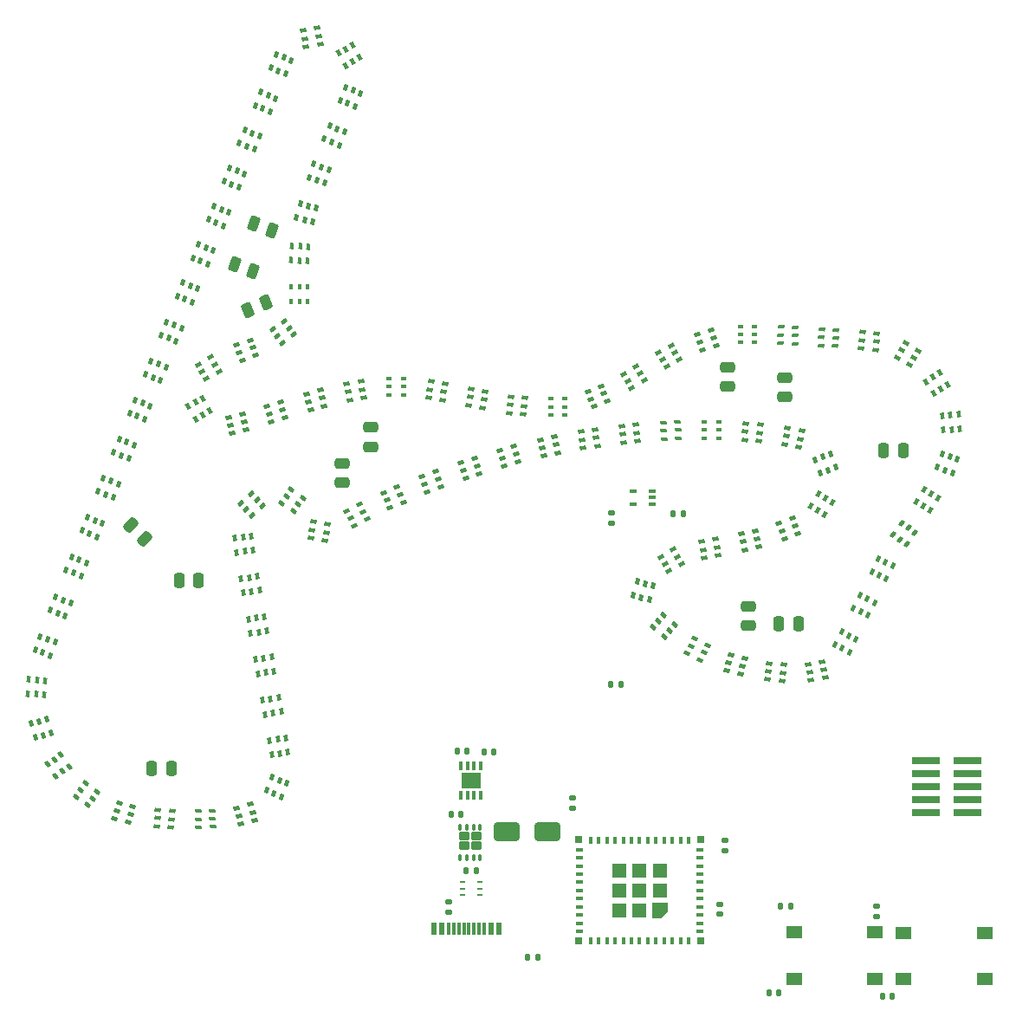
<source format=gbr>
%TF.GenerationSoftware,KiCad,Pcbnew,8.0.1*%
%TF.CreationDate,2024-05-15T12:48:43+01:00*%
%TF.ProjectId,f1-led-circuit,66312d6c-6564-42d6-9369-72637569742e,v1.0*%
%TF.SameCoordinates,Original*%
%TF.FileFunction,Paste,Top*%
%TF.FilePolarity,Positive*%
%FSLAX46Y46*%
G04 Gerber Fmt 4.6, Leading zero omitted, Abs format (unit mm)*
G04 Created by KiCad (PCBNEW 8.0.1) date 2024-05-15 12:48:43*
%MOMM*%
%LPD*%
G01*
G04 APERTURE LIST*
G04 Aperture macros list*
%AMRoundRect*
0 Rectangle with rounded corners*
0 $1 Rounding radius*
0 $2 $3 $4 $5 $6 $7 $8 $9 X,Y pos of 4 corners*
0 Add a 4 corners polygon primitive as box body*
4,1,4,$2,$3,$4,$5,$6,$7,$8,$9,$2,$3,0*
0 Add four circle primitives for the rounded corners*
1,1,$1+$1,$2,$3*
1,1,$1+$1,$4,$5*
1,1,$1+$1,$6,$7*
1,1,$1+$1,$8,$9*
0 Add four rect primitives between the rounded corners*
20,1,$1+$1,$2,$3,$4,$5,0*
20,1,$1+$1,$4,$5,$6,$7,0*
20,1,$1+$1,$6,$7,$8,$9,0*
20,1,$1+$1,$8,$9,$2,$3,0*%
%AMRotRect*
0 Rectangle, with rotation*
0 The origin of the aperture is its center*
0 $1 length*
0 $2 width*
0 $3 Rotation angle, in degrees counterclockwise*
0 Add horizontal line*
21,1,$1,$2,0,0,$3*%
%AMFreePoly0*
4,1,6,0.725000,-0.725000,-0.725000,-0.725000,-0.725000,0.125000,-0.125000,0.725000,0.725000,0.725000,0.725000,-0.725000,0.725000,-0.725000,$1*%
G04 Aperture macros list end*
%ADD10RotRect,0.600000X0.400000X345.000000*%
%ADD11R,0.600000X1.150000*%
%ADD12R,0.300000X1.150000*%
%ADD13RotRect,0.600000X0.400000X120.000000*%
%ADD14R,1.550000X1.300000*%
%ADD15RoundRect,0.250000X-0.475000X0.250000X-0.475000X-0.250000X0.475000X-0.250000X0.475000X0.250000X0*%
%ADD16RotRect,0.600000X0.400000X200.000000*%
%ADD17RotRect,0.600000X0.400000X190.000000*%
%ADD18RotRect,0.600000X0.400000X247.000000*%
%ADD19RotRect,0.600000X0.400000X248.000000*%
%ADD20RotRect,0.600000X0.400000X98.000000*%
%ADD21RoundRect,0.250000X-0.250000X-0.475000X0.250000X-0.475000X0.250000X0.475000X-0.250000X0.475000X0*%
%ADD22RotRect,0.600000X0.400000X35.000000*%
%ADD23R,0.304800X0.812800*%
%ADD24R,1.854200X1.600200*%
%ADD25RotRect,0.600000X0.400000X198.000000*%
%ADD26RoundRect,0.250000X0.397383X0.360849X-0.072464X0.531859X-0.397383X-0.360849X0.072464X-0.531859X0*%
%ADD27R,0.600000X0.400000*%
%ADD28RoundRect,0.140000X-0.140000X-0.170000X0.140000X-0.170000X0.140000X0.170000X-0.140000X0.170000X0*%
%ADD29RotRect,0.600000X0.400000X55.000000*%
%ADD30RotRect,0.600000X0.400000X87.000000*%
%ADD31RotRect,0.600000X0.400000X355.000000*%
%ADD32RoundRect,0.250000X-1.000000X-0.650000X1.000000X-0.650000X1.000000X0.650000X-1.000000X0.650000X0*%
%ADD33RotRect,0.600000X0.400000X6.000000*%
%ADD34RotRect,0.600000X0.400000X170.000000*%
%ADD35RotRect,0.600000X0.400000X319.000000*%
%ADD36RotRect,0.600000X0.400000X67.000000*%
%ADD37RoundRect,0.140000X0.170000X-0.140000X0.170000X0.140000X-0.170000X0.140000X-0.170000X-0.140000X0*%
%ADD38RoundRect,0.250000X-0.512652X-0.159099X-0.159099X-0.512652X0.512652X0.159099X0.159099X0.512652X0*%
%ADD39RoundRect,0.140000X0.140000X0.170000X-0.140000X0.170000X-0.140000X-0.170000X0.140000X-0.170000X0*%
%ADD40R,0.800000X0.400000*%
%ADD41R,0.400000X0.800000*%
%ADD42FreePoly0,180.000000*%
%ADD43R,1.450000X1.450000*%
%ADD44R,0.700000X0.700000*%
%ADD45RotRect,0.600000X0.400000X250.000000*%
%ADD46RotRect,0.600000X0.400000X100.000000*%
%ADD47RotRect,0.600000X0.400000X99.000000*%
%ADD48RotRect,0.600000X0.400000X175.000000*%
%ADD49RoundRect,0.200000X0.350000X-0.200000X0.350000X0.200000X-0.350000X0.200000X-0.350000X-0.200000X0*%
%ADD50RoundRect,0.100000X0.100000X-0.200000X0.100000X0.200000X-0.100000X0.200000X-0.100000X-0.200000X0*%
%ADD51RotRect,0.600000X0.400000X192.000000*%
%ADD52RoundRect,0.135000X-0.135000X-0.185000X0.135000X-0.185000X0.135000X0.185000X-0.135000X0.185000X0*%
%ADD53RoundRect,0.140000X-0.170000X0.140000X-0.170000X-0.140000X0.170000X-0.140000X0.170000X0.140000X0*%
%ADD54RotRect,0.600000X0.400000X349.000000*%
%ADD55RotRect,0.600000X0.400000X70.000000*%
%ADD56RotRect,0.600000X0.400000X27.000000*%
%ADD57RotRect,0.600000X0.400000X324.000000*%
%ADD58RotRect,0.600000X0.400000X193.000000*%
%ADD59RotRect,0.600000X0.400000X237.000000*%
%ADD60RotRect,0.600000X0.400000X149.000000*%
%ADD61RotRect,0.600000X0.400000X266.000000*%
%ADD62RoundRect,0.135000X0.185000X-0.135000X0.185000X0.135000X-0.185000X0.135000X-0.185000X-0.135000X0*%
%ADD63RotRect,0.600000X0.400000X325.000000*%
%ADD64RotRect,0.600000X0.400000X42.000000*%
%ADD65RotRect,0.600000X0.400000X356.000000*%
%ADD66RoundRect,0.250000X0.250000X0.475000X-0.250000X0.475000X-0.250000X-0.475000X0.250000X-0.475000X0*%
%ADD67RoundRect,0.135000X0.135000X0.185000X-0.135000X0.185000X-0.135000X-0.185000X0.135000X-0.185000X0*%
%ADD68RotRect,0.600000X0.400000X197.000000*%
%ADD69RotRect,0.600000X0.400000X177.000000*%
%ADD70RotRect,0.600000X0.400000X210.000000*%
%ADD71RotRect,0.600000X0.400000X19.000000*%
%ADD72RotRect,0.600000X0.400000X286.000000*%
%ADD73RoundRect,0.135000X-0.185000X0.135000X-0.185000X-0.135000X0.185000X-0.135000X0.185000X0.135000X0*%
%ADD74RotRect,0.600000X0.400000X23.000000*%
%ADD75R,0.604799X0.229400*%
%ADD76RotRect,0.600000X0.400000X63.000000*%
%ADD77RotRect,0.600000X0.400000X8.000000*%
%ADD78RoundRect,0.250000X-0.044529X-0.534923X0.415723X-0.339557X0.044529X0.534923X-0.415723X0.339557X0*%
%ADD79RotRect,0.600000X0.400000X202.000000*%
%ADD80R,0.400000X0.600000*%
%ADD81RotRect,0.600000X0.400000X123.000000*%
%ADD82RotRect,0.600000X0.400000X350.000000*%
%ADD83RotRect,0.600000X0.400000X95.000000*%
%ADD84RotRect,0.600000X0.400000X75.000000*%
%ADD85RotRect,0.600000X0.400000X354.000000*%
%ADD86RotRect,0.600000X0.400000X68.000000*%
%ADD87RotRect,0.600000X0.400000X2.000000*%
%ADD88RotRect,0.600000X0.400000X30.000000*%
%ADD89RoundRect,0.100000X0.225000X0.100000X-0.225000X0.100000X-0.225000X-0.100000X0.225000X-0.100000X0*%
%ADD90RotRect,0.600000X0.400000X178.000000*%
%ADD91RotRect,0.600000X0.400000X18.000000*%
%ADD92RotRect,0.600000X0.400000X292.000000*%
%ADD93RotRect,0.600000X0.400000X57.000000*%
%ADD94RoundRect,0.250000X0.475000X-0.250000X0.475000X0.250000X-0.475000X0.250000X-0.475000X-0.250000X0*%
%ADD95RoundRect,0.250000X-0.397383X-0.360849X0.072464X-0.531859X0.397383X0.360849X-0.072464X0.531859X0*%
%ADD96RotRect,0.600000X0.400000X10.000000*%
%ADD97RotRect,0.600000X0.400000X20.000000*%
%ADD98RotRect,0.600000X0.400000X195.000000*%
%ADD99R,2.790000X0.740000*%
%ADD100RotRect,0.600000X0.400000X3.000000*%
%ADD101RotRect,0.600000X0.400000X12.000000*%
%ADD102RotRect,0.600000X0.400000X211.000000*%
%ADD103RotRect,0.600000X0.400000X16.000000*%
%ADD104RotRect,0.600000X0.400000X344.000000*%
%ADD105RotRect,0.600000X0.400000X332.000000*%
%ADD106RotRect,0.600000X0.400000X255.000000*%
%ADD107RotRect,0.600000X0.400000X305.000000*%
%ADD108RotRect,0.600000X0.400000X15.000000*%
G04 APERTURE END LIST*
D10*
%TO.C,U1*%
X174155907Y-115546086D03*
X173948852Y-116318827D03*
X173741797Y-117091567D03*
X175508203Y-115908433D03*
X175301148Y-116681173D03*
X175094093Y-117453914D03*
%TD*%
D11*
%TO.C,J1*%
X145122500Y-142282500D03*
X145922500Y-142282500D03*
D12*
X147072500Y-142282500D03*
X148072500Y-142282500D03*
X148572500Y-142282500D03*
X149572500Y-142282500D03*
D11*
X151522500Y-142282500D03*
X150722500Y-142282500D03*
D12*
X150072500Y-142282500D03*
X149072500Y-142282500D03*
X147572500Y-142282500D03*
X146572500Y-142282500D03*
%TD*%
D13*
%TO.C,U68*%
X121832179Y-92481217D03*
X122525000Y-92081218D03*
X123217821Y-91681217D03*
X121132179Y-91268783D03*
X121825000Y-90868782D03*
X122517821Y-90468783D03*
%TD*%
D14*
%TO.C,SW1*%
X180325000Y-142675000D03*
X180325000Y-147175000D03*
X188275000Y-142675000D03*
X188275000Y-147175000D03*
%TD*%
D15*
%TO.C,C24*%
X173850000Y-87400000D03*
X173850000Y-89300000D03*
%TD*%
D16*
%TO.C,U8*%
X180731400Y-103687340D03*
X180457784Y-102935585D03*
X180184169Y-102183832D03*
X179415831Y-104166168D03*
X179142216Y-103414415D03*
X178868600Y-102662660D03*
%TD*%
D17*
%TO.C,U72*%
X138278284Y-90391292D03*
X138139365Y-89603447D03*
X138000447Y-88815600D03*
X136899553Y-90634400D03*
X136760635Y-89846553D03*
X136621716Y-89058708D03*
%TD*%
D18*
%TO.C,U55*%
X129684916Y-61168231D03*
X128948512Y-60855646D03*
X128212109Y-60543061D03*
X129137891Y-62456939D03*
X128401488Y-62144354D03*
X127665084Y-61831769D03*
%TD*%
D19*
%TO.C,U45*%
X114303972Y-98850657D03*
X113562225Y-98550971D03*
X112820478Y-98251286D03*
X113779522Y-100148714D03*
X113037775Y-99849029D03*
X112296028Y-99549343D03*
%TD*%
D20*
%TO.C,U26*%
X125880207Y-105529526D03*
X126672421Y-105418188D03*
X127464636Y-105306849D03*
X125685364Y-104143151D03*
X126477579Y-104031812D03*
X127269793Y-103920474D03*
%TD*%
D21*
%TO.C,C26*%
X189125000Y-95575000D03*
X191025000Y-95575000D03*
%TD*%
D22*
%TO.C,U65*%
X129367732Y-83746182D03*
X129826594Y-84401504D03*
X130285455Y-85056825D03*
X130514545Y-82943175D03*
X130973406Y-83598496D03*
X131432268Y-84253818D03*
%TD*%
D23*
%TO.C,U202*%
X149724979Y-126427600D03*
X149074993Y-126427600D03*
X148425007Y-126427600D03*
X147775021Y-126427600D03*
X147775021Y-129272400D03*
X148425007Y-129272400D03*
X149074993Y-129272400D03*
X149724979Y-129272400D03*
D24*
X148750000Y-127850000D03*
%TD*%
D19*
%TO.C,U46*%
X115853972Y-95050657D03*
X115112225Y-94750971D03*
X114370478Y-94451286D03*
X115329522Y-96348714D03*
X114587775Y-96049029D03*
X113846028Y-95749343D03*
%TD*%
D25*
%TO.C,U81*%
X172712953Y-85319534D03*
X172465740Y-84558689D03*
X172218526Y-83797844D03*
X171381474Y-85752156D03*
X171134260Y-84991311D03*
X170887047Y-84230466D03*
%TD*%
D26*
%TO.C,C22*%
X129292708Y-74024919D03*
X127507292Y-73375081D03*
%TD*%
D27*
%TO.C,U73*%
X142150000Y-90125000D03*
X142150000Y-89325000D03*
X142150000Y-88525000D03*
X140750000Y-90125000D03*
X140750000Y-89325000D03*
X140750000Y-88525000D03*
%TD*%
D21*
%TO.C,C15*%
X117575000Y-126675000D03*
X119475000Y-126675000D03*
%TD*%
D19*
%TO.C,U42*%
X109628971Y-110475656D03*
X108887225Y-110175973D03*
X108145477Y-109876286D03*
X109104523Y-111773714D03*
X108362775Y-111474027D03*
X107621029Y-111174344D03*
%TD*%
D28*
%TO.C,C3*%
X188965000Y-148925000D03*
X189925000Y-148925000D03*
%TD*%
D29*
%TO.C,U91*%
X190043175Y-103814547D03*
X190698497Y-104273406D03*
X191353818Y-104732268D03*
X190846182Y-102667732D03*
X191501503Y-103126594D03*
X192156825Y-103585453D03*
%TD*%
D28*
%TO.C,C7*%
X150020000Y-125000000D03*
X150980000Y-125000000D03*
%TD*%
D30*
%TO.C,U63*%
X131214461Y-76957172D03*
X132013364Y-76999040D03*
X132812268Y-77040909D03*
X131287732Y-75559091D03*
X132086636Y-75600960D03*
X132885539Y-75642828D03*
%TD*%
D31*
%TO.C,U12*%
X175647388Y-92917035D03*
X175577664Y-93713991D03*
X175507939Y-94510947D03*
X177042061Y-93039053D03*
X176972336Y-93836009D03*
X176902612Y-94632965D03*
%TD*%
D32*
%TO.C,D1*%
X152250000Y-132825000D03*
X156250000Y-132825000D03*
%TD*%
D33*
%TO.C,U15*%
X163495211Y-93202554D03*
X163578835Y-93998170D03*
X163662458Y-94793787D03*
X164887542Y-93056213D03*
X164971165Y-93851830D03*
X165054789Y-94647446D03*
%TD*%
D34*
%TO.C,U75*%
X149900447Y-91384400D03*
X150039365Y-90596554D03*
X150178284Y-89808708D03*
X148521716Y-91141292D03*
X148660635Y-90353446D03*
X148799553Y-89565600D03*
%TD*%
D35*
%TO.C,U3*%
X167621551Y-111661991D03*
X167096703Y-112265758D03*
X166571857Y-112869527D03*
X168678143Y-112580473D03*
X168153297Y-113184242D03*
X167628449Y-113788009D03*
%TD*%
D36*
%TO.C,U60*%
X134415084Y-65106768D03*
X135151488Y-65419354D03*
X135887892Y-65731938D03*
X134962108Y-63818062D03*
X135698512Y-64130646D03*
X136434916Y-64443232D03*
%TD*%
D37*
%TO.C,C9*%
X173075000Y-140855000D03*
X173075000Y-139895000D03*
%TD*%
D38*
%TO.C,C21*%
X115528249Y-102853249D03*
X116871751Y-104196751D03*
%TD*%
D19*
%TO.C,U51*%
X123578972Y-76050657D03*
X122837225Y-75750973D03*
X122095477Y-75451286D03*
X123054523Y-77348714D03*
X122312775Y-77049027D03*
X121571028Y-76749343D03*
%TD*%
D39*
%TO.C,C4*%
X147780000Y-131100000D03*
X146820000Y-131100000D03*
%TD*%
D40*
%TO.C,U200*%
X171150000Y-142575000D03*
X171150000Y-141775000D03*
X171150000Y-140975000D03*
X171150000Y-140175000D03*
X171150000Y-139375000D03*
X171150000Y-138575000D03*
X171150000Y-137775000D03*
X171150000Y-136975000D03*
X171150000Y-136175000D03*
X171150000Y-135375000D03*
X171150000Y-134575000D03*
D41*
X170050000Y-133675000D03*
X169250000Y-133675000D03*
X168450000Y-133675000D03*
X167650000Y-133675000D03*
X166850000Y-133675000D03*
X166050000Y-133675000D03*
X165250000Y-133675000D03*
X164450000Y-133675000D03*
X163650000Y-133675000D03*
X162850000Y-133675000D03*
X162050000Y-133675000D03*
X161250000Y-133675000D03*
X160450000Y-133675000D03*
D40*
X159350000Y-134575000D03*
X159350000Y-135375000D03*
X159350000Y-136175000D03*
X159350000Y-136975000D03*
X159350000Y-137775000D03*
X159350000Y-138575000D03*
X159350000Y-139375000D03*
X159350000Y-140175000D03*
X159350000Y-140975000D03*
X159350000Y-141775000D03*
X159350000Y-142575000D03*
D41*
X160450000Y-143475000D03*
X161250000Y-143475000D03*
X162050000Y-143475000D03*
X162850000Y-143475000D03*
X163650000Y-143475000D03*
X164450000Y-143475000D03*
X165250000Y-143475000D03*
X166050000Y-143475000D03*
X166850000Y-143475000D03*
X167650000Y-143475000D03*
X168450000Y-143475000D03*
X169250000Y-143475000D03*
X170050000Y-143475000D03*
D42*
X167225000Y-140550000D03*
D43*
X167225000Y-138575000D03*
X167225000Y-136600000D03*
X165250000Y-140550000D03*
X165250000Y-138575000D03*
X165250000Y-136600000D03*
X163275000Y-140550000D03*
X163275000Y-138575000D03*
X163275000Y-136600000D03*
D44*
X159300000Y-143525000D03*
X159300000Y-133625000D03*
X171200000Y-133625000D03*
X171200000Y-143525000D03*
%TD*%
D45*
%TO.C,U41*%
X108141168Y-114290832D03*
X107389414Y-114017215D03*
X106637659Y-113743599D03*
X107662341Y-115606401D03*
X106910586Y-115332785D03*
X106158832Y-115059168D03*
%TD*%
D46*
%TO.C,U30*%
X128633708Y-121353284D03*
X129421554Y-121214365D03*
X130209400Y-121075447D03*
X128390600Y-119974553D03*
X129178446Y-119835635D03*
X129966292Y-119696716D03*
%TD*%
D47*
%TO.C,U27*%
X126519353Y-109491529D03*
X127309503Y-109366381D03*
X128099654Y-109241234D03*
X126300346Y-108108766D03*
X127090497Y-107983619D03*
X127880647Y-107858471D03*
%TD*%
D48*
%TO.C,U85*%
X188302612Y-85707964D03*
X188372337Y-84911008D03*
X188442061Y-84114054D03*
X186907939Y-85585946D03*
X186977663Y-84788992D03*
X187047388Y-83992036D03*
%TD*%
D49*
%TO.C,Q1*%
X148075000Y-134200000D03*
X149275000Y-134200000D03*
X148075000Y-133250000D03*
X149275000Y-133250000D03*
D50*
X147700000Y-135375000D03*
X148350000Y-135375000D03*
X149000000Y-135375000D03*
X149650000Y-135375000D03*
X149650000Y-132425000D03*
X149000000Y-132425000D03*
X148350000Y-132425000D03*
X147700000Y-132425000D03*
%TD*%
D51*
%TO.C,U7*%
X176901032Y-104986981D03*
X176734703Y-104204463D03*
X176568373Y-103421945D03*
X175531627Y-105278055D03*
X175365297Y-104495537D03*
X175198968Y-103713019D03*
%TD*%
D52*
%TO.C,R1*%
X179015000Y-140075000D03*
X180035000Y-140075000D03*
%TD*%
D53*
%TO.C,C8*%
X162475000Y-101695000D03*
X162475000Y-102655000D03*
%TD*%
D54*
%TO.C,U11*%
X179715508Y-93381133D03*
X179562862Y-94166435D03*
X179410214Y-94951735D03*
X181089786Y-93648265D03*
X180937138Y-94433565D03*
X180784492Y-95218867D03*
%TD*%
D15*
%TO.C,C1*%
X175900000Y-110775000D03*
X175900000Y-112675000D03*
%TD*%
D55*
%TO.C,U89*%
X194333832Y-97209169D03*
X195085585Y-97482784D03*
X195837340Y-97756401D03*
X194812660Y-95893599D03*
X195564415Y-96167216D03*
X196316168Y-96440831D03*
%TD*%
D19*
%TO.C,U50*%
X122053972Y-79775657D03*
X121312225Y-79475971D03*
X120570478Y-79176286D03*
X121529522Y-81073714D03*
X120787775Y-80774029D03*
X120046028Y-80474343D03*
%TD*%
D56*
%TO.C,U22*%
X136613103Y-101479988D03*
X136976295Y-102192792D03*
X137339488Y-102905599D03*
X137860512Y-100844401D03*
X138223705Y-101557208D03*
X138586897Y-102270012D03*
%TD*%
D57*
%TO.C,U37*%
X111103917Y-128116336D03*
X110633690Y-128763550D03*
X110163461Y-129410764D03*
X112236539Y-128939236D03*
X111766310Y-129586450D03*
X111296083Y-130233664D03*
%TD*%
D58*
%TO.C,U69*%
X126762020Y-93572030D03*
X126582059Y-92792534D03*
X126402098Y-92013038D03*
X125397902Y-93886962D03*
X125217941Y-93107466D03*
X125037980Y-92327970D03*
%TD*%
D59*
%TO.C,U9*%
X184102184Y-100673642D03*
X183431247Y-100237931D03*
X182760311Y-99802219D03*
X183339689Y-101847781D03*
X182668753Y-101412069D03*
X181997816Y-100976358D03*
%TD*%
D19*
%TO.C,U48*%
X118953972Y-87425657D03*
X118212225Y-87125971D03*
X117470478Y-86826286D03*
X118429522Y-88723714D03*
X117687775Y-88424029D03*
X116946028Y-88124343D03*
%TD*%
D60*
%TO.C,U86*%
X191637987Y-87196260D03*
X192050017Y-86510527D03*
X192462048Y-85824793D03*
X190437952Y-86475207D03*
X190849983Y-85789473D03*
X191262013Y-85103740D03*
%TD*%
D61*
%TO.C,U40*%
X107146880Y-118057511D03*
X106348829Y-118001705D03*
X105550777Y-117945899D03*
X107049223Y-119454101D03*
X106251171Y-119398295D03*
X105453120Y-119342489D03*
%TD*%
D27*
%TO.C,U77*%
X157950000Y-92125000D03*
X157950000Y-91325000D03*
X157950000Y-90525000D03*
X156550000Y-92125000D03*
X156550000Y-91325000D03*
X156550000Y-90525000D03*
%TD*%
D62*
%TO.C,R6*%
X158675000Y-130535000D03*
X158675000Y-129515000D03*
%TD*%
D14*
%TO.C,SW2*%
X191000000Y-142750000D03*
X191000000Y-147250000D03*
X198950000Y-142750000D03*
X198950000Y-147250000D03*
%TD*%
D63*
%TO.C,U24*%
X131185453Y-99393175D03*
X130726593Y-100048496D03*
X130267732Y-100703818D03*
X132332268Y-100196182D03*
X131873407Y-100851504D03*
X131414547Y-101506825D03*
%TD*%
D64*
%TO.C,U25*%
X126269494Y-100698876D03*
X126804799Y-101293391D03*
X127340103Y-101887907D03*
X127309897Y-99762093D03*
X127845201Y-100356609D03*
X128380506Y-100951124D03*
%TD*%
D19*
%TO.C,U53*%
X126628972Y-68550657D03*
X125887225Y-68250973D03*
X125145478Y-67951286D03*
X126104522Y-69848714D03*
X125362775Y-69549027D03*
X124621028Y-69249343D03*
%TD*%
%TO.C,U44*%
X112753972Y-102700657D03*
X112012225Y-102400973D03*
X111270478Y-102101286D03*
X112229522Y-103998714D03*
X111487775Y-103699027D03*
X110746028Y-103399343D03*
%TD*%
D48*
%TO.C,U76*%
X153902612Y-92007965D03*
X153972336Y-91211009D03*
X154042061Y-90414054D03*
X152507939Y-91885946D03*
X152577664Y-91088991D03*
X152647388Y-90292035D03*
%TD*%
D65*
%TO.C,U35*%
X118157511Y-130703120D03*
X118101704Y-131501171D03*
X118045900Y-132299222D03*
X119554100Y-130800778D03*
X119498296Y-131598829D03*
X119442489Y-132396880D03*
%TD*%
D66*
%TO.C,C18*%
X122125000Y-108275000D03*
X120225000Y-108275000D03*
%TD*%
D67*
%TO.C,R3*%
X155290000Y-145130000D03*
X154270000Y-145130000D03*
%TD*%
D19*
%TO.C,U47*%
X117403972Y-91225657D03*
X116662225Y-90925971D03*
X115920478Y-90626286D03*
X116879522Y-92523714D03*
X116137775Y-92224029D03*
X115396028Y-91924343D03*
%TD*%
D68*
%TO.C,U70*%
X130603311Y-92385384D03*
X130369413Y-91620339D03*
X130135516Y-90855296D03*
X129264484Y-92794704D03*
X129030587Y-92029661D03*
X128796689Y-91264616D03*
%TD*%
D69*
%TO.C,U84*%
X184382172Y-85360539D03*
X184424041Y-84561635D03*
X184465909Y-83762732D03*
X182984091Y-85287268D03*
X183025959Y-84488365D03*
X183067828Y-83689461D03*
%TD*%
D70*
%TO.C,U5*%
X169331216Y-106642820D03*
X168931217Y-105950000D03*
X168531217Y-105257180D03*
X168118783Y-107342820D03*
X167718783Y-106650000D03*
X167318784Y-105957180D03*
%TD*%
D71*
%TO.C,U20*%
X143977682Y-98096483D03*
X144238137Y-98852898D03*
X144498592Y-99609314D03*
X145301408Y-97640686D03*
X145561863Y-98397102D03*
X145822318Y-99153517D03*
%TD*%
D72*
%TO.C,U39*%
X107326063Y-121831607D03*
X106557054Y-122052118D03*
X105788044Y-122272627D03*
X107711956Y-123177373D03*
X106942946Y-123397882D03*
X106173937Y-123618393D03*
%TD*%
D73*
%TO.C,R4*%
X188375000Y-140065000D03*
X188375000Y-141085000D03*
%TD*%
D47*
%TO.C,U31*%
X129294354Y-125291529D03*
X130084504Y-125166381D03*
X130874655Y-125041234D03*
X129075345Y-123908766D03*
X129865496Y-123783619D03*
X130655646Y-123658471D03*
%TD*%
D74*
%TO.C,U21*%
X140243062Y-99687108D03*
X140555646Y-100423512D03*
X140868231Y-101159916D03*
X141531769Y-99140084D03*
X141844354Y-99876488D03*
X142156938Y-100612892D03*
%TD*%
D13*
%TO.C,U58*%
X136507180Y-57956218D03*
X137200000Y-57556218D03*
X137892820Y-57156218D03*
X135807180Y-56743782D03*
X136500000Y-56343782D03*
X137192820Y-55943782D03*
%TD*%
D75*
%TO.C,U203*%
X149648500Y-139024986D03*
X149648500Y-138375000D03*
X149648500Y-137725014D03*
X147951500Y-137725014D03*
X147951500Y-138375000D03*
X147951500Y-139024986D03*
%TD*%
D76*
%TO.C,U94*%
X184344401Y-114535512D03*
X185057208Y-114898705D03*
X185770012Y-115261897D03*
X184979988Y-113288103D03*
X185692792Y-113651295D03*
X186405599Y-114014488D03*
%TD*%
D77*
%TO.C,U16*%
X159520474Y-93730206D03*
X159631813Y-94522421D03*
X159743151Y-95314636D03*
X160906849Y-93535364D03*
X161018187Y-94327579D03*
X161129526Y-95119794D03*
%TD*%
D52*
%TO.C,R5*%
X148240000Y-136650000D03*
X149260000Y-136650000D03*
%TD*%
D78*
%TO.C,C19*%
X126950520Y-81846194D03*
X128699480Y-81103806D03*
%TD*%
D79*
%TO.C,U78*%
X162073714Y-90754522D03*
X161774029Y-90012775D03*
X161474344Y-89271028D03*
X160775656Y-91278972D03*
X160475971Y-90537225D03*
X160176286Y-89795478D03*
%TD*%
D62*
%TO.C,R2*%
X146620000Y-140710000D03*
X146620000Y-139690000D03*
%TD*%
D47*
%TO.C,U29*%
X127919354Y-117391529D03*
X128709505Y-117266382D03*
X129499655Y-117141234D03*
X127700345Y-116008766D03*
X128490495Y-115883618D03*
X129280646Y-115758471D03*
%TD*%
D80*
%TO.C,U64*%
X131200000Y-81000000D03*
X132000000Y-81000000D03*
X132800000Y-81000000D03*
X131200000Y-79600000D03*
X132000000Y-79600000D03*
X132800000Y-79600000D03*
%TD*%
D81*
%TO.C,U87*%
X193985311Y-90022782D03*
X194656248Y-89587069D03*
X195327183Y-89151359D03*
X193222817Y-88848641D03*
X193893752Y-88412931D03*
X194564689Y-87977218D03*
%TD*%
D19*
%TO.C,U49*%
X120466747Y-83599686D03*
X119725000Y-83300000D03*
X118983253Y-83000315D03*
X119942297Y-84897743D03*
X119200550Y-84598058D03*
X118458803Y-84298372D03*
%TD*%
D46*
%TO.C,U28*%
X127233708Y-113453285D03*
X128021554Y-113314366D03*
X128809400Y-113175447D03*
X126990600Y-112074553D03*
X127778446Y-111935634D03*
X128566292Y-111796715D03*
%TD*%
D82*
%TO.C,U23*%
X133374553Y-102540600D03*
X133235635Y-103328446D03*
X133096716Y-104116292D03*
X134753284Y-102783708D03*
X134614365Y-103571554D03*
X134475447Y-104359400D03*
%TD*%
D83*
%TO.C,U88*%
X194964054Y-93567061D03*
X195761009Y-93497336D03*
X196557965Y-93427612D03*
X194842035Y-92172388D03*
X195638991Y-92102664D03*
X196435946Y-92032939D03*
%TD*%
D62*
%TO.C,R7*%
X173625000Y-134685000D03*
X173625000Y-133665000D03*
%TD*%
D84*
%TO.C,U62*%
X131721086Y-72819093D03*
X132493827Y-73026149D03*
X133266567Y-73233203D03*
X132083433Y-71466797D03*
X132856173Y-71673851D03*
X133628914Y-71880907D03*
%TD*%
D85*
%TO.C,U96*%
X177937458Y-116356213D03*
X177853835Y-117151831D03*
X177770212Y-117947448D03*
X179329788Y-116502552D03*
X179246165Y-117298169D03*
X179162542Y-118093787D03*
%TD*%
D15*
%TO.C,C25*%
X138925000Y-93300000D03*
X138925000Y-95200000D03*
%TD*%
D86*
%TO.C,U59*%
X135971028Y-61349343D03*
X136712776Y-61649028D03*
X137454523Y-61948714D03*
X136495477Y-60051286D03*
X137237224Y-60350972D03*
X137978972Y-60650657D03*
%TD*%
D87*
%TO.C,U34*%
X122072507Y-130799917D03*
X122100426Y-131599430D03*
X122128346Y-132398942D03*
X123471654Y-130751058D03*
X123499574Y-131550570D03*
X123527493Y-132350083D03*
%TD*%
D52*
%TO.C,R8*%
X162440000Y-118400000D03*
X163460000Y-118400000D03*
%TD*%
D88*
%TO.C,U67*%
X122093782Y-87157180D03*
X122493782Y-87850000D03*
X122893782Y-88542820D03*
X123306218Y-86457180D03*
X123706218Y-87150000D03*
X124106218Y-87842820D03*
%TD*%
D89*
%TO.C,U201*%
X166500000Y-100812500D03*
X166500000Y-100162500D03*
X166500000Y-99512500D03*
X164600000Y-99512500D03*
X164600000Y-100812500D03*
%TD*%
D90*
%TO.C,U83*%
X180421655Y-85123942D03*
X180449574Y-84324429D03*
X180477493Y-83524918D03*
X179022507Y-85075082D03*
X179050426Y-84275571D03*
X179078345Y-83476058D03*
%TD*%
D28*
%TO.C,C2*%
X177920000Y-148550000D03*
X178880000Y-148550000D03*
%TD*%
D91*
%TO.C,U19*%
X147762047Y-96755467D03*
X148009261Y-97516312D03*
X148256474Y-98277157D03*
X149093526Y-96322843D03*
X149340739Y-97083688D03*
X149587953Y-97844533D03*
%TD*%
D39*
%TO.C,C10*%
X169500000Y-101750000D03*
X168540000Y-101750000D03*
%TD*%
D92*
%TO.C,U10*%
X183904522Y-95876286D03*
X183162775Y-96175971D03*
X182421028Y-96475656D03*
X184428972Y-97174344D03*
X183687225Y-97474029D03*
X182945478Y-97773714D03*
%TD*%
D18*
%TO.C,U56*%
X131209916Y-57468232D03*
X130473512Y-57155647D03*
X129737108Y-56843062D03*
X130662892Y-58756938D03*
X129926488Y-58444353D03*
X129190084Y-58131768D03*
%TD*%
D27*
%TO.C,U13*%
X171600000Y-92750000D03*
X171600000Y-93550000D03*
X171600000Y-94350000D03*
X173000000Y-92750000D03*
X173000000Y-93550000D03*
X173000000Y-94350000D03*
%TD*%
D86*
%TO.C,U32*%
X128771028Y-128799344D03*
X129512776Y-129099029D03*
X130254522Y-129398714D03*
X129295478Y-127501286D03*
X130037224Y-127800971D03*
X130778972Y-128100656D03*
%TD*%
D17*
%TO.C,U57*%
X134028284Y-55866292D03*
X133889367Y-55078447D03*
X133750447Y-54290601D03*
X132649553Y-56109399D03*
X132510633Y-55321553D03*
X132371716Y-54533708D03*
%TD*%
D93*
%TO.C,U90*%
X192322816Y-100551358D03*
X192993754Y-100987070D03*
X193664689Y-101422781D03*
X193085311Y-99377219D03*
X193756246Y-99812930D03*
X194427184Y-100248642D03*
%TD*%
D21*
%TO.C,C23*%
X178875000Y-112475000D03*
X180775000Y-112475000D03*
%TD*%
D94*
%TO.C,C17*%
X179450000Y-90325000D03*
X179450000Y-88425000D03*
%TD*%
D95*
%TO.C,C20*%
X125632292Y-77400081D03*
X127417708Y-78049919D03*
%TD*%
D34*
%TO.C,U74*%
X145975447Y-90634400D03*
X146114366Y-89846554D03*
X146253284Y-89058708D03*
X144596716Y-90391292D03*
X144735634Y-89603446D03*
X144874553Y-88815600D03*
%TD*%
D96*
%TO.C,U95*%
X181721715Y-116458709D03*
X181860634Y-117246555D03*
X181999553Y-118034400D03*
X183100447Y-116215600D03*
X183239366Y-117003445D03*
X183378285Y-117791291D03*
%TD*%
D97*
%TO.C,U66*%
X125843599Y-85262660D03*
X126117215Y-86014414D03*
X126390831Y-86766168D03*
X127159169Y-84783832D03*
X127432785Y-85535586D03*
X127706401Y-86287340D03*
%TD*%
D19*
%TO.C,U52*%
X125103972Y-72300657D03*
X124362224Y-72000972D03*
X123620477Y-71701286D03*
X124579523Y-73598714D03*
X123837776Y-73299028D03*
X123096028Y-72999343D03*
%TD*%
D98*
%TO.C,U71*%
X134433203Y-91216566D03*
X134226148Y-90443827D03*
X134019093Y-89671086D03*
X133080907Y-91578914D03*
X132873852Y-90806173D03*
X132666797Y-90033434D03*
%TD*%
D99*
%TO.C,J2*%
X197325000Y-130970000D03*
X193255000Y-130970000D03*
X197325000Y-129700000D03*
X193255000Y-129700000D03*
X197325000Y-128430000D03*
X193255000Y-128430000D03*
X197325000Y-127160000D03*
X193255000Y-127160000D03*
X197325000Y-125890000D03*
X193255000Y-125890000D03*
%TD*%
D100*
%TO.C,U14*%
X167559091Y-92837731D03*
X167600959Y-93636636D03*
X167642828Y-94435539D03*
X168957172Y-92764461D03*
X168999041Y-93563364D03*
X169040909Y-94362269D03*
%TD*%
D55*
%TO.C,U61*%
X132933832Y-68884169D03*
X133685586Y-69157784D03*
X134437340Y-69431401D03*
X133412660Y-67568599D03*
X134164414Y-67842216D03*
X134916168Y-68115831D03*
%TD*%
D15*
%TO.C,C16*%
X136175000Y-96800000D03*
X136175000Y-98700000D03*
%TD*%
D76*
%TO.C,U92*%
X187944401Y-107385512D03*
X188657208Y-107748705D03*
X189370012Y-108111897D03*
X188579988Y-106138103D03*
X189292792Y-106501295D03*
X190005599Y-106864488D03*
%TD*%
D101*
%TO.C,U17*%
X155523967Y-94513020D03*
X155690297Y-95295537D03*
X155856626Y-96078055D03*
X156893374Y-94221945D03*
X157059703Y-95004463D03*
X157226033Y-95786980D03*
%TD*%
D27*
%TO.C,U82*%
X176475000Y-85025000D03*
X176475000Y-84225000D03*
X176475000Y-83425000D03*
X175075000Y-85025000D03*
X175075000Y-84225000D03*
X175075000Y-83425000D03*
%TD*%
D102*
%TO.C,U79*%
X165687049Y-88750208D03*
X165275017Y-88064473D03*
X164862987Y-87378740D03*
X164487013Y-89471260D03*
X164074983Y-88785527D03*
X163662951Y-88099792D03*
%TD*%
D103*
%TO.C,U18*%
X151581607Y-95548937D03*
X151802116Y-96317946D03*
X152022627Y-97086956D03*
X152927373Y-95163044D03*
X153147884Y-95932054D03*
X153368393Y-96701063D03*
%TD*%
D19*
%TO.C,U54*%
X128143972Y-64840657D03*
X127402225Y-64540971D03*
X126660478Y-64241286D03*
X127619522Y-66138714D03*
X126877775Y-65839029D03*
X126136028Y-65539343D03*
%TD*%
D104*
%TO.C,U36*%
X114372627Y-129988044D03*
X114152117Y-130757053D03*
X113931607Y-131526063D03*
X115718393Y-130373937D03*
X115497883Y-131142947D03*
X115277373Y-131911956D03*
%TD*%
D105*
%TO.C,U2*%
X170657514Y-113965012D03*
X170281937Y-114671370D03*
X169906359Y-115377729D03*
X171893641Y-114622271D03*
X171518063Y-115328630D03*
X171142486Y-116034988D03*
%TD*%
D106*
%TO.C,U4*%
X166553914Y-108780907D03*
X165781173Y-108573853D03*
X165008432Y-108366796D03*
X166191568Y-110133204D03*
X165418827Y-109926147D03*
X164646086Y-109719093D03*
%TD*%
D107*
%TO.C,U38*%
X108678818Y-125317732D03*
X108023496Y-125776594D03*
X107368175Y-126235455D03*
X109481825Y-126464545D03*
X108826504Y-126923406D03*
X108171182Y-127382268D03*
%TD*%
D70*
%TO.C,U80*%
X169106218Y-86667820D03*
X168706218Y-85974999D03*
X168306218Y-85282180D03*
X167893782Y-87367820D03*
X167493782Y-86675001D03*
X167093782Y-85982180D03*
%TD*%
D76*
%TO.C,U93*%
X186144401Y-110960512D03*
X186857208Y-111323705D03*
X187570012Y-111686897D03*
X186779988Y-109713103D03*
X187492792Y-110076295D03*
X188205599Y-110439488D03*
%TD*%
D19*
%TO.C,U43*%
X111203972Y-106550656D03*
X110462225Y-106250971D03*
X109720478Y-105951286D03*
X110679522Y-107848714D03*
X109937775Y-107549029D03*
X109196028Y-107249344D03*
%TD*%
D39*
%TO.C,C6*%
X148380000Y-124975000D03*
X147420000Y-124975000D03*
%TD*%
D17*
%TO.C,U6*%
X172953284Y-105816293D03*
X172814365Y-105028447D03*
X172675447Y-104240601D03*
X171574553Y-106059399D03*
X171435635Y-105271553D03*
X171296716Y-104483707D03*
%TD*%
D108*
%TO.C,U33*%
X125866796Y-130508432D03*
X126073852Y-131281173D03*
X126280907Y-132053913D03*
X127219093Y-130146087D03*
X127426148Y-130918827D03*
X127633204Y-131691568D03*
%TD*%
M02*

</source>
